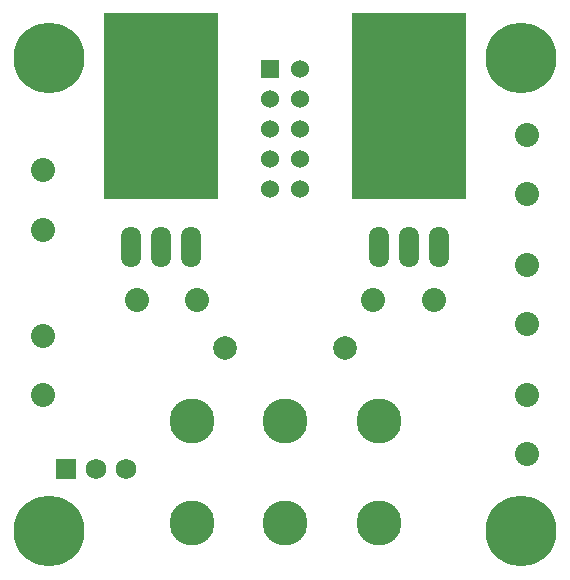
<source format=gts>
%FSLAX34Y34*%
G04 Gerber Fmt 3.4, Leading zero omitted, Abs format*
G04 (created by PCBNEW (2014-jan-25)-product) date Sun 17 Aug 2014 09:07:50 PM PDT*
%MOIN*%
G01*
G70*
G90*
G04 APERTURE LIST*
%ADD10C,0.003937*%
%ADD11C,0.236220*%
%ADD12R,0.068000X0.068000*%
%ADD13C,0.068000*%
%ADD14R,0.060000X0.060000*%
%ADD15C,0.060000*%
%ADD16C,0.080000*%
%ADD17O,0.066900X0.137800*%
%ADD18R,0.380000X0.620000*%
%ADD19C,0.078700*%
%ADD20C,0.150000*%
G04 APERTURE END LIST*
G54D10*
G54D11*
X41338Y-41338D03*
X57086Y-41338D03*
X41338Y-57086D03*
X57086Y-57086D03*
G54D12*
X41913Y-55019D03*
G54D13*
X42913Y-55019D03*
X43913Y-55019D03*
G54D14*
X48712Y-41700D03*
G54D15*
X49712Y-41700D03*
X48712Y-42700D03*
X49712Y-42700D03*
X48712Y-43700D03*
X49712Y-43700D03*
X48712Y-44700D03*
X49712Y-44700D03*
X48712Y-45700D03*
X49712Y-45700D03*
G54D16*
X57283Y-52559D03*
X57283Y-54527D03*
X57283Y-48228D03*
X57283Y-50196D03*
X57283Y-43897D03*
X57283Y-45866D03*
X41141Y-52559D03*
X41141Y-50590D03*
X41141Y-47047D03*
X41141Y-45078D03*
G54D17*
X53346Y-47637D03*
X52346Y-47637D03*
X54346Y-47637D03*
G54D18*
X53346Y-42937D03*
G54D17*
X45078Y-47637D03*
X44078Y-47637D03*
X46078Y-47637D03*
G54D18*
X45078Y-42937D03*
G54D19*
X47212Y-50984D03*
X51212Y-50984D03*
G54D16*
X54154Y-49409D03*
X52144Y-49409D03*
X46280Y-49409D03*
X44270Y-49409D03*
G54D20*
X49212Y-56818D03*
X49212Y-53418D03*
X52332Y-56818D03*
X46092Y-53418D03*
X52332Y-53418D03*
X46092Y-56818D03*
M02*

</source>
